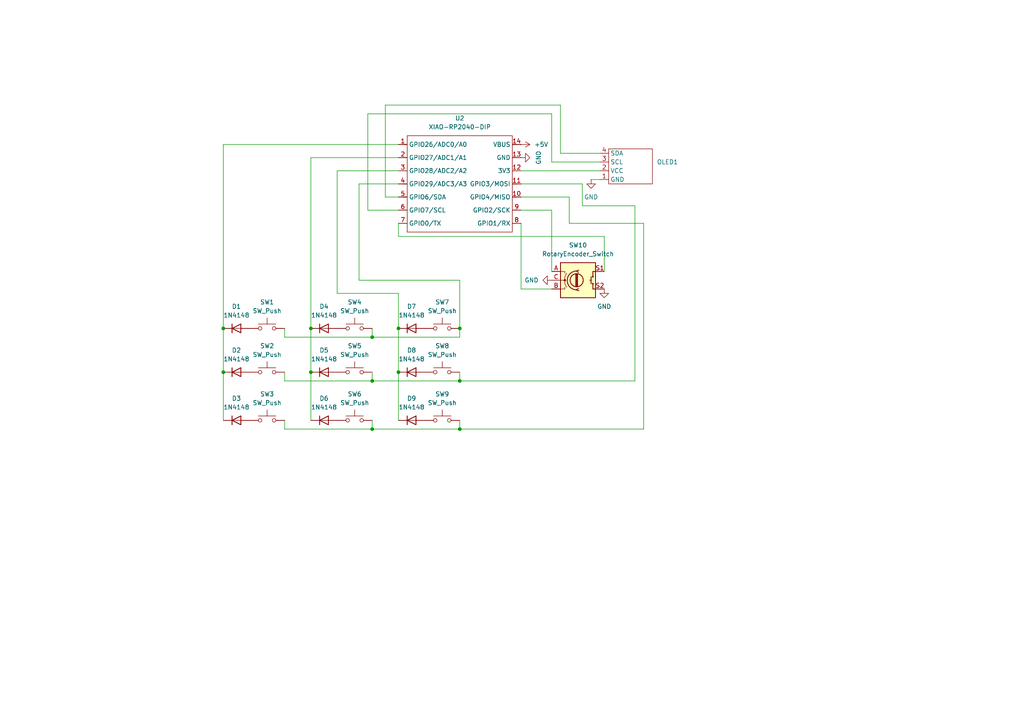
<source format=kicad_sch>
(kicad_sch
	(version 20250114)
	(generator "eeschema")
	(generator_version "9.0")
	(uuid "2bbea58f-1aa1-4f7a-aa4e-0c7d7b49e8b6")
	(paper "A4")
	(lib_symbols
		(symbol "CPL:XIAO-RP2040-DIP"
			(exclude_from_sim no)
			(in_bom yes)
			(on_board yes)
			(property "Reference" "U"
				(at 0 0 0)
				(effects
					(font
						(size 1.27 1.27)
					)
				)
			)
			(property "Value" "XIAO-RP2040-DIP"
				(at 5.334 -1.778 0)
				(effects
					(font
						(size 1.27 1.27)
					)
				)
			)
			(property "Footprint" "Module:MOUDLE14P-XIAO-DIP-SMD"
				(at 14.478 -32.258 0)
				(effects
					(font
						(size 1.27 1.27)
					)
					(hide yes)
				)
			)
			(property "Datasheet" ""
				(at 0 0 0)
				(effects
					(font
						(size 1.27 1.27)
					)
					(hide yes)
				)
			)
			(property "Description" ""
				(at 0 0 0)
				(effects
					(font
						(size 1.27 1.27)
					)
					(hide yes)
				)
			)
			(symbol "XIAO-RP2040-DIP_1_0"
				(polyline
					(pts
						(xy -1.27 -2.54) (xy 29.21 -2.54)
					)
					(stroke
						(width 0.1524)
						(type solid)
					)
					(fill
						(type none)
					)
				)
				(polyline
					(pts
						(xy -1.27 -5.08) (xy -2.54 -5.08)
					)
					(stroke
						(width 0.1524)
						(type solid)
					)
					(fill
						(type none)
					)
				)
				(polyline
					(pts
						(xy -1.27 -5.08) (xy -1.27 -2.54)
					)
					(stroke
						(width 0.1524)
						(type solid)
					)
					(fill
						(type none)
					)
				)
				(polyline
					(pts
						(xy -1.27 -8.89) (xy -2.54 -8.89)
					)
					(stroke
						(width 0.1524)
						(type solid)
					)
					(fill
						(type none)
					)
				)
				(polyline
					(pts
						(xy -1.27 -8.89) (xy -1.27 -5.08)
					)
					(stroke
						(width 0.1524)
						(type solid)
					)
					(fill
						(type none)
					)
				)
				(polyline
					(pts
						(xy -1.27 -12.7) (xy -2.54 -12.7)
					)
					(stroke
						(width 0.1524)
						(type solid)
					)
					(fill
						(type none)
					)
				)
				(polyline
					(pts
						(xy -1.27 -12.7) (xy -1.27 -8.89)
					)
					(stroke
						(width 0.1524)
						(type solid)
					)
					(fill
						(type none)
					)
				)
				(polyline
					(pts
						(xy -1.27 -16.51) (xy -2.54 -16.51)
					)
					(stroke
						(width 0.1524)
						(type solid)
					)
					(fill
						(type none)
					)
				)
				(polyline
					(pts
						(xy -1.27 -16.51) (xy -1.27 -12.7)
					)
					(stroke
						(width 0.1524)
						(type solid)
					)
					(fill
						(type none)
					)
				)
				(polyline
					(pts
						(xy -1.27 -20.32) (xy -2.54 -20.32)
					)
					(stroke
						(width 0.1524)
						(type solid)
					)
					(fill
						(type none)
					)
				)
				(polyline
					(pts
						(xy -1.27 -24.13) (xy -2.54 -24.13)
					)
					(stroke
						(width 0.1524)
						(type solid)
					)
					(fill
						(type none)
					)
				)
				(polyline
					(pts
						(xy -1.27 -27.94) (xy -2.54 -27.94)
					)
					(stroke
						(width 0.1524)
						(type solid)
					)
					(fill
						(type none)
					)
				)
				(polyline
					(pts
						(xy -1.27 -30.48) (xy -1.27 -16.51)
					)
					(stroke
						(width 0.1524)
						(type solid)
					)
					(fill
						(type none)
					)
				)
				(polyline
					(pts
						(xy 29.21 -2.54) (xy 29.21 -5.08)
					)
					(stroke
						(width 0.1524)
						(type solid)
					)
					(fill
						(type none)
					)
				)
				(polyline
					(pts
						(xy 29.21 -5.08) (xy 29.21 -8.89)
					)
					(stroke
						(width 0.1524)
						(type solid)
					)
					(fill
						(type none)
					)
				)
				(polyline
					(pts
						(xy 29.21 -8.89) (xy 29.21 -12.7)
					)
					(stroke
						(width 0.1524)
						(type solid)
					)
					(fill
						(type none)
					)
				)
				(polyline
					(pts
						(xy 29.21 -12.7) (xy 29.21 -30.48)
					)
					(stroke
						(width 0.1524)
						(type solid)
					)
					(fill
						(type none)
					)
				)
				(polyline
					(pts
						(xy 29.21 -30.48) (xy -1.27 -30.48)
					)
					(stroke
						(width 0.1524)
						(type solid)
					)
					(fill
						(type none)
					)
				)
				(polyline
					(pts
						(xy 30.48 -5.08) (xy 29.21 -5.08)
					)
					(stroke
						(width 0.1524)
						(type solid)
					)
					(fill
						(type none)
					)
				)
				(polyline
					(pts
						(xy 30.48 -8.89) (xy 29.21 -8.89)
					)
					(stroke
						(width 0.1524)
						(type solid)
					)
					(fill
						(type none)
					)
				)
				(polyline
					(pts
						(xy 30.48 -12.7) (xy 29.21 -12.7)
					)
					(stroke
						(width 0.1524)
						(type solid)
					)
					(fill
						(type none)
					)
				)
				(polyline
					(pts
						(xy 30.48 -16.51) (xy 29.21 -16.51)
					)
					(stroke
						(width 0.1524)
						(type solid)
					)
					(fill
						(type none)
					)
				)
				(polyline
					(pts
						(xy 30.48 -20.32) (xy 29.21 -20.32)
					)
					(stroke
						(width 0.1524)
						(type solid)
					)
					(fill
						(type none)
					)
				)
				(polyline
					(pts
						(xy 30.48 -24.13) (xy 29.21 -24.13)
					)
					(stroke
						(width 0.1524)
						(type solid)
					)
					(fill
						(type none)
					)
				)
				(polyline
					(pts
						(xy 30.48 -27.94) (xy 29.21 -27.94)
					)
					(stroke
						(width 0.1524)
						(type solid)
					)
					(fill
						(type none)
					)
				)
				(pin passive line
					(at -3.81 -5.08 0)
					(length 2.54)
					(name "GPIO26/ADC0/A0"
						(effects
							(font
								(size 1.27 1.27)
							)
						)
					)
					(number "1"
						(effects
							(font
								(size 1.27 1.27)
							)
						)
					)
				)
				(pin passive line
					(at -3.81 -8.89 0)
					(length 2.54)
					(name "GPIO27/ADC1/A1"
						(effects
							(font
								(size 1.27 1.27)
							)
						)
					)
					(number "2"
						(effects
							(font
								(size 1.27 1.27)
							)
						)
					)
				)
				(pin passive line
					(at -3.81 -12.7 0)
					(length 2.54)
					(name "GPIO28/ADC2/A2"
						(effects
							(font
								(size 1.27 1.27)
							)
						)
					)
					(number "3"
						(effects
							(font
								(size 1.27 1.27)
							)
						)
					)
				)
				(pin passive line
					(at -3.81 -16.51 0)
					(length 2.54)
					(name "GPIO29/ADC3/A3"
						(effects
							(font
								(size 1.27 1.27)
							)
						)
					)
					(number "4"
						(effects
							(font
								(size 1.27 1.27)
							)
						)
					)
				)
				(pin passive line
					(at -3.81 -20.32 0)
					(length 2.54)
					(name "GPIO6/SDA"
						(effects
							(font
								(size 1.27 1.27)
							)
						)
					)
					(number "5"
						(effects
							(font
								(size 1.27 1.27)
							)
						)
					)
				)
				(pin passive line
					(at -3.81 -24.13 0)
					(length 2.54)
					(name "GPIO7/SCL"
						(effects
							(font
								(size 1.27 1.27)
							)
						)
					)
					(number "6"
						(effects
							(font
								(size 1.27 1.27)
							)
						)
					)
				)
				(pin passive line
					(at -3.81 -27.94 0)
					(length 2.54)
					(name "GPIO0/TX"
						(effects
							(font
								(size 1.27 1.27)
							)
						)
					)
					(number "7"
						(effects
							(font
								(size 1.27 1.27)
							)
						)
					)
				)
				(pin passive line
					(at 31.75 -5.08 180)
					(length 2.54)
					(name "VBUS"
						(effects
							(font
								(size 1.27 1.27)
							)
						)
					)
					(number "14"
						(effects
							(font
								(size 1.27 1.27)
							)
						)
					)
				)
				(pin passive line
					(at 31.75 -8.89 180)
					(length 2.54)
					(name "GND"
						(effects
							(font
								(size 1.27 1.27)
							)
						)
					)
					(number "13"
						(effects
							(font
								(size 1.27 1.27)
							)
						)
					)
				)
				(pin passive line
					(at 31.75 -12.7 180)
					(length 2.54)
					(name "3V3"
						(effects
							(font
								(size 1.27 1.27)
							)
						)
					)
					(number "12"
						(effects
							(font
								(size 1.27 1.27)
							)
						)
					)
				)
				(pin passive line
					(at 31.75 -16.51 180)
					(length 2.54)
					(name "GPIO3/MOSI"
						(effects
							(font
								(size 1.27 1.27)
							)
						)
					)
					(number "11"
						(effects
							(font
								(size 1.27 1.27)
							)
						)
					)
				)
				(pin passive line
					(at 31.75 -20.32 180)
					(length 2.54)
					(name "GPIO4/MISO"
						(effects
							(font
								(size 1.27 1.27)
							)
						)
					)
					(number "10"
						(effects
							(font
								(size 1.27 1.27)
							)
						)
					)
				)
				(pin passive line
					(at 31.75 -24.13 180)
					(length 2.54)
					(name "GPIO2/SCK"
						(effects
							(font
								(size 1.27 1.27)
							)
						)
					)
					(number "9"
						(effects
							(font
								(size 1.27 1.27)
							)
						)
					)
				)
				(pin passive line
					(at 31.75 -27.94 180)
					(length 2.54)
					(name "GPIO1/RX"
						(effects
							(font
								(size 1.27 1.27)
							)
						)
					)
					(number "8"
						(effects
							(font
								(size 1.27 1.27)
							)
						)
					)
				)
			)
			(embedded_fonts no)
		)
		(symbol "CustomLib:_1"
			(exclude_from_sim no)
			(in_bom yes)
			(on_board yes)
			(property "Reference" "OLED"
				(at 3.81 0 0)
				(effects
					(font
						(size 1.27 1.27)
					)
				)
			)
			(property "Value" ""
				(at 0 0 0)
				(effects
					(font
						(size 1.27 1.27)
					)
				)
			)
			(property "Footprint" ""
				(at 0 0 0)
				(effects
					(font
						(size 1.27 1.27)
					)
					(hide yes)
				)
			)
			(property "Datasheet" ""
				(at 0 0 0)
				(effects
					(font
						(size 1.27 1.27)
					)
					(hide yes)
				)
			)
			(property "Description" ""
				(at 0 0 0)
				(effects
					(font
						(size 1.27 1.27)
					)
					(hide yes)
				)
			)
			(symbol "_1_0_1"
				(rectangle
					(start -3.81 5.08)
					(end 8.89 -5.08)
					(stroke
						(width 0)
						(type default)
					)
					(fill
						(type none)
					)
				)
			)
			(symbol "_1_1_1"
				(pin bidirectional line
					(at -6.35 3.81 0)
					(length 2.54)
					(name "SDA"
						(effects
							(font
								(size 1.27 1.27)
							)
						)
					)
					(number "4"
						(effects
							(font
								(size 1.27 1.27)
							)
						)
					)
				)
				(pin input line
					(at -6.35 1.27 0)
					(length 2.54)
					(name "SCL"
						(effects
							(font
								(size 1.27 1.27)
							)
						)
					)
					(number "3"
						(effects
							(font
								(size 1.27 1.27)
							)
						)
					)
				)
				(pin power_in line
					(at -6.35 -1.27 0)
					(length 2.54)
					(name "VCC"
						(effects
							(font
								(size 1.27 1.27)
							)
						)
					)
					(number "2"
						(effects
							(font
								(size 1.27 1.27)
							)
						)
					)
				)
				(pin power_in line
					(at -6.35 -3.81 0)
					(length 2.54)
					(name "GND"
						(effects
							(font
								(size 1.27 1.27)
							)
						)
					)
					(number "1"
						(effects
							(font
								(size 1.27 1.27)
							)
						)
					)
				)
			)
			(embedded_fonts no)
		)
		(symbol "Device:RotaryEncoder_Switch"
			(pin_names
				(offset 0.254)
				(hide yes)
			)
			(exclude_from_sim no)
			(in_bom yes)
			(on_board yes)
			(property "Reference" "SW"
				(at 0 6.604 0)
				(effects
					(font
						(size 1.27 1.27)
					)
				)
			)
			(property "Value" "RotaryEncoder_Switch"
				(at 0 -6.604 0)
				(effects
					(font
						(size 1.27 1.27)
					)
				)
			)
			(property "Footprint" ""
				(at -3.81 4.064 0)
				(effects
					(font
						(size 1.27 1.27)
					)
					(hide yes)
				)
			)
			(property "Datasheet" "~"
				(at 0 6.604 0)
				(effects
					(font
						(size 1.27 1.27)
					)
					(hide yes)
				)
			)
			(property "Description" "Rotary encoder, dual channel, incremental quadrate outputs, with switch"
				(at 0 0 0)
				(effects
					(font
						(size 1.27 1.27)
					)
					(hide yes)
				)
			)
			(property "ki_keywords" "rotary switch encoder switch push button"
				(at 0 0 0)
				(effects
					(font
						(size 1.27 1.27)
					)
					(hide yes)
				)
			)
			(property "ki_fp_filters" "RotaryEncoder*Switch*"
				(at 0 0 0)
				(effects
					(font
						(size 1.27 1.27)
					)
					(hide yes)
				)
			)
			(symbol "RotaryEncoder_Switch_0_1"
				(rectangle
					(start -5.08 5.08)
					(end 5.08 -5.08)
					(stroke
						(width 0.254)
						(type default)
					)
					(fill
						(type background)
					)
				)
				(polyline
					(pts
						(xy -5.08 2.54) (xy -3.81 2.54) (xy -3.81 2.032)
					)
					(stroke
						(width 0)
						(type default)
					)
					(fill
						(type none)
					)
				)
				(polyline
					(pts
						(xy -5.08 0) (xy -3.81 0) (xy -3.81 -1.016) (xy -3.302 -2.032)
					)
					(stroke
						(width 0)
						(type default)
					)
					(fill
						(type none)
					)
				)
				(polyline
					(pts
						(xy -5.08 -2.54) (xy -3.81 -2.54) (xy -3.81 -2.032)
					)
					(stroke
						(width 0)
						(type default)
					)
					(fill
						(type none)
					)
				)
				(polyline
					(pts
						(xy -4.318 0) (xy -3.81 0) (xy -3.81 1.016) (xy -3.302 2.032)
					)
					(stroke
						(width 0)
						(type default)
					)
					(fill
						(type none)
					)
				)
				(circle
					(center -3.81 0)
					(radius 0.254)
					(stroke
						(width 0)
						(type default)
					)
					(fill
						(type outline)
					)
				)
				(polyline
					(pts
						(xy -0.635 -1.778) (xy -0.635 1.778)
					)
					(stroke
						(width 0.254)
						(type default)
					)
					(fill
						(type none)
					)
				)
				(circle
					(center -0.381 0)
					(radius 1.905)
					(stroke
						(width 0.254)
						(type default)
					)
					(fill
						(type none)
					)
				)
				(polyline
					(pts
						(xy -0.381 -1.778) (xy -0.381 1.778)
					)
					(stroke
						(width 0.254)
						(type default)
					)
					(fill
						(type none)
					)
				)
				(arc
					(start -0.381 -2.794)
					(mid -3.0988 -0.0635)
					(end -0.381 2.667)
					(stroke
						(width 0.254)
						(type default)
					)
					(fill
						(type none)
					)
				)
				(polyline
					(pts
						(xy -0.127 1.778) (xy -0.127 -1.778)
					)
					(stroke
						(width 0.254)
						(type default)
					)
					(fill
						(type none)
					)
				)
				(polyline
					(pts
						(xy 0.254 2.921) (xy -0.508 2.667) (xy 0.127 2.286)
					)
					(stroke
						(width 0.254)
						(type default)
					)
					(fill
						(type none)
					)
				)
				(polyline
					(pts
						(xy 0.254 -3.048) (xy -0.508 -2.794) (xy 0.127 -2.413)
					)
					(stroke
						(width 0.254)
						(type default)
					)
					(fill
						(type none)
					)
				)
				(polyline
					(pts
						(xy 3.81 1.016) (xy 3.81 -1.016)
					)
					(stroke
						(width 0.254)
						(type default)
					)
					(fill
						(type none)
					)
				)
				(polyline
					(pts
						(xy 3.81 0) (xy 3.429 0)
					)
					(stroke
						(width 0.254)
						(type default)
					)
					(fill
						(type none)
					)
				)
				(circle
					(center 4.318 1.016)
					(radius 0.127)
					(stroke
						(width 0.254)
						(type default)
					)
					(fill
						(type none)
					)
				)
				(circle
					(center 4.318 -1.016)
					(radius 0.127)
					(stroke
						(width 0.254)
						(type default)
					)
					(fill
						(type none)
					)
				)
				(polyline
					(pts
						(xy 5.08 2.54) (xy 4.318 2.54) (xy 4.318 1.016)
					)
					(stroke
						(width 0.254)
						(type default)
					)
					(fill
						(type none)
					)
				)
				(polyline
					(pts
						(xy 5.08 -2.54) (xy 4.318 -2.54) (xy 4.318 -1.016)
					)
					(stroke
						(width 0.254)
						(type default)
					)
					(fill
						(type none)
					)
				)
			)
			(symbol "RotaryEncoder_Switch_1_1"
				(pin passive line
					(at -7.62 2.54 0)
					(length 2.54)
					(name "A"
						(effects
							(font
								(size 1.27 1.27)
							)
						)
					)
					(number "A"
						(effects
							(font
								(size 1.27 1.27)
							)
						)
					)
				)
				(pin passive line
					(at -7.62 0 0)
					(length 2.54)
					(name "C"
						(effects
							(font
								(size 1.27 1.27)
							)
						)
					)
					(number "C"
						(effects
							(font
								(size 1.27 1.27)
							)
						)
					)
				)
				(pin passive line
					(at -7.62 -2.54 0)
					(length 2.54)
					(name "B"
						(effects
							(font
								(size 1.27 1.27)
							)
						)
					)
					(number "B"
						(effects
							(font
								(size 1.27 1.27)
							)
						)
					)
				)
				(pin passive line
					(at 7.62 2.54 180)
					(length 2.54)
					(name "S1"
						(effects
							(font
								(size 1.27 1.27)
							)
						)
					)
					(number "S1"
						(effects
							(font
								(size 1.27 1.27)
							)
						)
					)
				)
				(pin passive line
					(at 7.62 -2.54 180)
					(length 2.54)
					(name "S2"
						(effects
							(font
								(size 1.27 1.27)
							)
						)
					)
					(number "S2"
						(effects
							(font
								(size 1.27 1.27)
							)
						)
					)
				)
			)
			(embedded_fonts no)
		)
		(symbol "Diode:1N4148"
			(pin_numbers
				(hide yes)
			)
			(pin_names
				(hide yes)
			)
			(exclude_from_sim no)
			(in_bom yes)
			(on_board yes)
			(property "Reference" "D"
				(at 0 2.54 0)
				(effects
					(font
						(size 1.27 1.27)
					)
				)
			)
			(property "Value" "1N4148"
				(at 0 -2.54 0)
				(effects
					(font
						(size 1.27 1.27)
					)
				)
			)
			(property "Footprint" "Diode_THT:D_DO-35_SOD27_P7.62mm_Horizontal"
				(at 0 0 0)
				(effects
					(font
						(size 1.27 1.27)
					)
					(hide yes)
				)
			)
			(property "Datasheet" "https://assets.nexperia.com/documents/data-sheet/1N4148_1N4448.pdf"
				(at 0 0 0)
				(effects
					(font
						(size 1.27 1.27)
					)
					(hide yes)
				)
			)
			(property "Description" "100V 0.15A standard switching diode, DO-35"
				(at 0 0 0)
				(effects
					(font
						(size 1.27 1.27)
					)
					(hide yes)
				)
			)
			(property "Sim.Device" "D"
				(at 0 0 0)
				(effects
					(font
						(size 1.27 1.27)
					)
					(hide yes)
				)
			)
			(property "Sim.Pins" "1=K 2=A"
				(at 0 0 0)
				(effects
					(font
						(size 1.27 1.27)
					)
					(hide yes)
				)
			)
			(property "ki_keywords" "diode"
				(at 0 0 0)
				(effects
					(font
						(size 1.27 1.27)
					)
					(hide yes)
				)
			)
			(property "ki_fp_filters" "D*DO?35*"
				(at 0 0 0)
				(effects
					(font
						(size 1.27 1.27)
					)
					(hide yes)
				)
			)
			(symbol "1N4148_0_1"
				(polyline
					(pts
						(xy -1.27 1.27) (xy -1.27 -1.27)
					)
					(stroke
						(width 0.254)
						(type default)
					)
					(fill
						(type none)
					)
				)
				(polyline
					(pts
						(xy 1.27 1.27) (xy 1.27 -1.27) (xy -1.27 0) (xy 1.27 1.27)
					)
					(stroke
						(width 0.254)
						(type default)
					)
					(fill
						(type none)
					)
				)
				(polyline
					(pts
						(xy 1.27 0) (xy -1.27 0)
					)
					(stroke
						(width 0)
						(type default)
					)
					(fill
						(type none)
					)
				)
			)
			(symbol "1N4148_1_1"
				(pin passive line
					(at -3.81 0 0)
					(length 2.54)
					(name "K"
						(effects
							(font
								(size 1.27 1.27)
							)
						)
					)
					(number "1"
						(effects
							(font
								(size 1.27 1.27)
							)
						)
					)
				)
				(pin passive line
					(at 3.81 0 180)
					(length 2.54)
					(name "A"
						(effects
							(font
								(size 1.27 1.27)
							)
						)
					)
					(number "2"
						(effects
							(font
								(size 1.27 1.27)
							)
						)
					)
				)
			)
			(embedded_fonts no)
		)
		(symbol "Switch:SW_Push"
			(pin_numbers
				(hide yes)
			)
			(pin_names
				(offset 1.016)
				(hide yes)
			)
			(exclude_from_sim no)
			(in_bom yes)
			(on_board yes)
			(property "Reference" "SW"
				(at 1.27 2.54 0)
				(effects
					(font
						(size 1.27 1.27)
					)
					(justify left)
				)
			)
			(property "Value" "SW_Push"
				(at 0 -1.524 0)
				(effects
					(font
						(size 1.27 1.27)
					)
				)
			)
			(property "Footprint" ""
				(at 0 5.08 0)
				(effects
					(font
						(size 1.27 1.27)
					)
					(hide yes)
				)
			)
			(property "Datasheet" "~"
				(at 0 5.08 0)
				(effects
					(font
						(size 1.27 1.27)
					)
					(hide yes)
				)
			)
			(property "Description" "Push button switch, generic, two pins"
				(at 0 0 0)
				(effects
					(font
						(size 1.27 1.27)
					)
					(hide yes)
				)
			)
			(property "ki_keywords" "switch normally-open pushbutton push-button"
				(at 0 0 0)
				(effects
					(font
						(size 1.27 1.27)
					)
					(hide yes)
				)
			)
			(symbol "SW_Push_0_1"
				(circle
					(center -2.032 0)
					(radius 0.508)
					(stroke
						(width 0)
						(type default)
					)
					(fill
						(type none)
					)
				)
				(polyline
					(pts
						(xy 0 1.27) (xy 0 3.048)
					)
					(stroke
						(width 0)
						(type default)
					)
					(fill
						(type none)
					)
				)
				(circle
					(center 2.032 0)
					(radius 0.508)
					(stroke
						(width 0)
						(type default)
					)
					(fill
						(type none)
					)
				)
				(polyline
					(pts
						(xy 2.54 1.27) (xy -2.54 1.27)
					)
					(stroke
						(width 0)
						(type default)
					)
					(fill
						(type none)
					)
				)
				(pin passive line
					(at -5.08 0 0)
					(length 2.54)
					(name "1"
						(effects
							(font
								(size 1.27 1.27)
							)
						)
					)
					(number "1"
						(effects
							(font
								(size 1.27 1.27)
							)
						)
					)
				)
				(pin passive line
					(at 5.08 0 180)
					(length 2.54)
					(name "2"
						(effects
							(font
								(size 1.27 1.27)
							)
						)
					)
					(number "2"
						(effects
							(font
								(size 1.27 1.27)
							)
						)
					)
				)
			)
			(embedded_fonts no)
		)
		(symbol "power:+5V"
			(power)
			(pin_numbers
				(hide yes)
			)
			(pin_names
				(offset 0)
				(hide yes)
			)
			(exclude_from_sim no)
			(in_bom yes)
			(on_board yes)
			(property "Reference" "#PWR"
				(at 0 -3.81 0)
				(effects
					(font
						(size 1.27 1.27)
					)
					(hide yes)
				)
			)
			(property "Value" "+5V"
				(at 0 3.556 0)
				(effects
					(font
						(size 1.27 1.27)
					)
				)
			)
			(property "Footprint" ""
				(at 0 0 0)
				(effects
					(font
						(size 1.27 1.27)
					)
					(hide yes)
				)
			)
			(property "Datasheet" ""
				(at 0 0 0)
				(effects
					(font
						(size 1.27 1.27)
					)
					(hide yes)
				)
			)
			(property "Description" "Power symbol creates a global label with name \"+5V\""
				(at 0 0 0)
				(effects
					(font
						(size 1.27 1.27)
					)
					(hide yes)
				)
			)
			(property "ki_keywords" "global power"
				(at 0 0 0)
				(effects
					(font
						(size 1.27 1.27)
					)
					(hide yes)
				)
			)
			(symbol "+5V_0_1"
				(polyline
					(pts
						(xy -0.762 1.27) (xy 0 2.54)
					)
					(stroke
						(width 0)
						(type default)
					)
					(fill
						(type none)
					)
				)
				(polyline
					(pts
						(xy 0 2.54) (xy 0.762 1.27)
					)
					(stroke
						(width 0)
						(type default)
					)
					(fill
						(type none)
					)
				)
				(polyline
					(pts
						(xy 0 0) (xy 0 2.54)
					)
					(stroke
						(width 0)
						(type default)
					)
					(fill
						(type none)
					)
				)
			)
			(symbol "+5V_1_1"
				(pin power_in line
					(at 0 0 90)
					(length 0)
					(name "~"
						(effects
							(font
								(size 1.27 1.27)
							)
						)
					)
					(number "1"
						(effects
							(font
								(size 1.27 1.27)
							)
						)
					)
				)
			)
			(embedded_fonts no)
		)
		(symbol "power:GND"
			(power)
			(pin_numbers
				(hide yes)
			)
			(pin_names
				(offset 0)
				(hide yes)
			)
			(exclude_from_sim no)
			(in_bom yes)
			(on_board yes)
			(property "Reference" "#PWR"
				(at 0 -6.35 0)
				(effects
					(font
						(size 1.27 1.27)
					)
					(hide yes)
				)
			)
			(property "Value" "GND"
				(at 0 -3.81 0)
				(effects
					(font
						(size 1.27 1.27)
					)
				)
			)
			(property "Footprint" ""
				(at 0 0 0)
				(effects
					(font
						(size 1.27 1.27)
					)
					(hide yes)
				)
			)
			(property "Datasheet" ""
				(at 0 0 0)
				(effects
					(font
						(size 1.27 1.27)
					)
					(hide yes)
				)
			)
			(property "Description" "Power symbol creates a global label with name \"GND\" , ground"
				(at 0 0 0)
				(effects
					(font
						(size 1.27 1.27)
					)
					(hide yes)
				)
			)
			(property "ki_keywords" "global power"
				(at 0 0 0)
				(effects
					(font
						(size 1.27 1.27)
					)
					(hide yes)
				)
			)
			(symbol "GND_0_1"
				(polyline
					(pts
						(xy 0 0) (xy 0 -1.27) (xy 1.27 -1.27) (xy 0 -2.54) (xy -1.27 -1.27) (xy 0 -1.27)
					)
					(stroke
						(width 0)
						(type default)
					)
					(fill
						(type none)
					)
				)
			)
			(symbol "GND_1_1"
				(pin power_in line
					(at 0 0 270)
					(length 0)
					(name "~"
						(effects
							(font
								(size 1.27 1.27)
							)
						)
					)
					(number "1"
						(effects
							(font
								(size 1.27 1.27)
							)
						)
					)
				)
			)
			(embedded_fonts no)
		)
	)
	(junction
		(at 64.77 107.95)
		(diameter 0)
		(color 0 0 0 0)
		(uuid "26e3ed81-7adc-4c47-95e6-5456555751e2")
	)
	(junction
		(at 133.35 124.46)
		(diameter 0)
		(color 0 0 0 0)
		(uuid "415a4294-0198-4bf1-b2b2-b98c2322f823")
	)
	(junction
		(at 64.77 95.25)
		(diameter 0)
		(color 0 0 0 0)
		(uuid "53ad3c7a-a22b-4d54-b77b-1d473adfb198")
	)
	(junction
		(at 107.95 124.46)
		(diameter 0)
		(color 0 0 0 0)
		(uuid "5f518ad1-c8de-42b9-9ef8-15a26f891aaa")
	)
	(junction
		(at 107.95 97.79)
		(diameter 0)
		(color 0 0 0 0)
		(uuid "62ba1d39-a37d-488c-984c-9fccfc570c04")
	)
	(junction
		(at 115.57 95.25)
		(diameter 0)
		(color 0 0 0 0)
		(uuid "765cdac5-8f16-4cfb-9d9f-860c665ac889")
	)
	(junction
		(at 107.95 110.49)
		(diameter 0)
		(color 0 0 0 0)
		(uuid "7feec848-bea4-4c2a-8727-21b37e231028")
	)
	(junction
		(at 90.17 107.95)
		(diameter 0)
		(color 0 0 0 0)
		(uuid "840fbcfb-0496-42be-97a8-3b0485832142")
	)
	(junction
		(at 115.57 107.95)
		(diameter 0)
		(color 0 0 0 0)
		(uuid "cff09b80-11ab-4435-8a0c-625c25697edb")
	)
	(junction
		(at 133.35 95.25)
		(diameter 0)
		(color 0 0 0 0)
		(uuid "e0b781b2-95f4-4dce-bbbd-bd137845d064")
	)
	(junction
		(at 133.35 110.49)
		(diameter 0)
		(color 0 0 0 0)
		(uuid "f54c01ad-873e-4bc4-903d-208b62dcf066")
	)
	(junction
		(at 90.17 95.25)
		(diameter 0)
		(color 0 0 0 0)
		(uuid "fe09f5d6-b358-45ae-9485-e8dd51afd29a")
	)
	(wire
		(pts
			(xy 184.15 110.49) (xy 184.15 59.69)
		)
		(stroke
			(width 0)
			(type default)
		)
		(uuid "009be969-0253-4046-8d41-e8a0d984aa80")
	)
	(wire
		(pts
			(xy 64.77 95.25) (xy 64.77 107.95)
		)
		(stroke
			(width 0)
			(type default)
		)
		(uuid "08750e36-278a-4eda-907e-b7fe023f0d48")
	)
	(wire
		(pts
			(xy 160.02 33.02) (xy 106.68 33.02)
		)
		(stroke
			(width 0)
			(type default)
		)
		(uuid "0e2e8c71-5e70-4063-8039-59097b4a9332")
	)
	(wire
		(pts
			(xy 160.02 78.74) (xy 160.02 60.96)
		)
		(stroke
			(width 0)
			(type default)
		)
		(uuid "0f13cfc1-4f25-4107-8070-5ed82fe15cbd")
	)
	(wire
		(pts
			(xy 104.14 53.34) (xy 104.14 81.28)
		)
		(stroke
			(width 0)
			(type default)
		)
		(uuid "16c1a680-f29d-4dc6-abe0-f7230fa81e18")
	)
	(wire
		(pts
			(xy 168.91 59.69) (xy 168.91 53.34)
		)
		(stroke
			(width 0)
			(type default)
		)
		(uuid "1b139fb6-e31d-48d3-aeb8-190b329a330b")
	)
	(wire
		(pts
			(xy 160.02 83.82) (xy 151.13 83.82)
		)
		(stroke
			(width 0)
			(type default)
		)
		(uuid "2436541c-26b7-4eb2-b417-eb4e8a0787d6")
	)
	(wire
		(pts
			(xy 133.35 107.95) (xy 133.35 110.49)
		)
		(stroke
			(width 0)
			(type default)
		)
		(uuid "27f5a71a-4234-4fc7-bed3-5e9054f896ce")
	)
	(wire
		(pts
			(xy 175.26 78.74) (xy 175.26 68.58)
		)
		(stroke
			(width 0)
			(type default)
		)
		(uuid "2b8c0379-77b2-4817-b4b7-f33284f6153b")
	)
	(wire
		(pts
			(xy 165.1 57.15) (xy 151.13 57.15)
		)
		(stroke
			(width 0)
			(type default)
		)
		(uuid "2c8b6537-bda3-448c-b192-4f8e6e48d55d")
	)
	(wire
		(pts
			(xy 175.26 68.58) (xy 115.57 68.58)
		)
		(stroke
			(width 0)
			(type default)
		)
		(uuid "3025d86c-d6de-4c50-bc51-f49d8c1f9b30")
	)
	(wire
		(pts
			(xy 90.17 45.72) (xy 90.17 95.25)
		)
		(stroke
			(width 0)
			(type default)
		)
		(uuid "31ca2eac-cef4-48b6-a828-3715f19772e5")
	)
	(wire
		(pts
			(xy 168.91 53.34) (xy 151.13 53.34)
		)
		(stroke
			(width 0)
			(type default)
		)
		(uuid "32f000d9-c23a-4481-bb4d-be26ee8929d6")
	)
	(wire
		(pts
			(xy 111.76 30.48) (xy 111.76 57.15)
		)
		(stroke
			(width 0)
			(type default)
		)
		(uuid "37971ae6-1492-4496-8af0-7552f5eaaaea")
	)
	(wire
		(pts
			(xy 173.99 46.99) (xy 160.02 46.99)
		)
		(stroke
			(width 0)
			(type default)
		)
		(uuid "39c3bd47-3959-4ba8-a585-63cdfaa8b769")
	)
	(wire
		(pts
			(xy 173.99 52.07) (xy 171.45 52.07)
		)
		(stroke
			(width 0)
			(type default)
		)
		(uuid "3c0988b1-cf91-46a2-a2a9-975a477051c0")
	)
	(wire
		(pts
			(xy 173.99 44.45) (xy 162.56 44.45)
		)
		(stroke
			(width 0)
			(type default)
		)
		(uuid "3cfdd176-df01-44ad-9cd6-b1e3acfabfe3")
	)
	(wire
		(pts
			(xy 133.35 124.46) (xy 186.69 124.46)
		)
		(stroke
			(width 0)
			(type default)
		)
		(uuid "40ae87ff-20bc-489f-bd99-e0a656c1eb3e")
	)
	(wire
		(pts
			(xy 165.1 64.77) (xy 165.1 57.15)
		)
		(stroke
			(width 0)
			(type default)
		)
		(uuid "43998047-86c0-4ddd-b5ce-119195e3a2ad")
	)
	(wire
		(pts
			(xy 115.57 41.91) (xy 64.77 41.91)
		)
		(stroke
			(width 0)
			(type default)
		)
		(uuid "4aee41f1-bd42-45da-b8be-5c5ef835d4d1")
	)
	(wire
		(pts
			(xy 64.77 107.95) (xy 64.77 121.92)
		)
		(stroke
			(width 0)
			(type default)
		)
		(uuid "502566d4-f734-4569-8ef0-b0c71c3ca781")
	)
	(wire
		(pts
			(xy 115.57 53.34) (xy 104.14 53.34)
		)
		(stroke
			(width 0)
			(type default)
		)
		(uuid "509265d1-bdfc-4e5e-b26e-8d79b7ad36bd")
	)
	(wire
		(pts
			(xy 107.95 124.46) (xy 82.55 124.46)
		)
		(stroke
			(width 0)
			(type default)
		)
		(uuid "518b4f12-51ee-4152-b933-4173d583a549")
	)
	(wire
		(pts
			(xy 90.17 107.95) (xy 90.17 121.92)
		)
		(stroke
			(width 0)
			(type default)
		)
		(uuid "53c4b638-38fa-4725-903e-250aa5136a1f")
	)
	(wire
		(pts
			(xy 186.69 64.77) (xy 165.1 64.77)
		)
		(stroke
			(width 0)
			(type default)
		)
		(uuid "5519e93d-e81c-4d57-bdc0-51302de58079")
	)
	(wire
		(pts
			(xy 160.02 46.99) (xy 160.02 33.02)
		)
		(stroke
			(width 0)
			(type default)
		)
		(uuid "559f3903-360f-4f9f-b3a0-b0e5da9773d3")
	)
	(wire
		(pts
			(xy 64.77 41.91) (xy 64.77 95.25)
		)
		(stroke
			(width 0)
			(type default)
		)
		(uuid "5a2e5b1f-00be-4866-9da0-be3de3d3b233")
	)
	(wire
		(pts
			(xy 115.57 68.58) (xy 115.57 64.77)
		)
		(stroke
			(width 0)
			(type default)
		)
		(uuid "5df715b0-9dda-4d95-a1e5-4c333bc95874")
	)
	(wire
		(pts
			(xy 160.02 60.96) (xy 151.13 60.96)
		)
		(stroke
			(width 0)
			(type default)
		)
		(uuid "5e379e89-667d-4eea-8c89-f112f492eb33")
	)
	(wire
		(pts
			(xy 90.17 95.25) (xy 90.17 107.95)
		)
		(stroke
			(width 0)
			(type default)
		)
		(uuid "63a8a55b-2d96-4000-b793-f789fc82492b")
	)
	(wire
		(pts
			(xy 133.35 81.28) (xy 133.35 95.25)
		)
		(stroke
			(width 0)
			(type default)
		)
		(uuid "6c14705a-25d8-44bc-ad8c-aab34b36ab25")
	)
	(wire
		(pts
			(xy 133.35 124.46) (xy 107.95 124.46)
		)
		(stroke
			(width 0)
			(type default)
		)
		(uuid "6cbcd6ce-9102-4cf7-baf7-354fa66592ad")
	)
	(wire
		(pts
			(xy 133.35 110.49) (xy 107.95 110.49)
		)
		(stroke
			(width 0)
			(type default)
		)
		(uuid "6faed89d-f9a9-429a-a31c-706c768c7685")
	)
	(wire
		(pts
			(xy 162.56 30.48) (xy 111.76 30.48)
		)
		(stroke
			(width 0)
			(type default)
		)
		(uuid "70f73beb-ee10-49ea-88f9-d9cb64024eca")
	)
	(wire
		(pts
			(xy 151.13 49.53) (xy 173.99 49.53)
		)
		(stroke
			(width 0)
			(type default)
		)
		(uuid "77fbacc7-cf3a-4fce-b736-91e057e26c35")
	)
	(wire
		(pts
			(xy 115.57 95.25) (xy 115.57 107.95)
		)
		(stroke
			(width 0)
			(type default)
		)
		(uuid "7ba85e59-a33a-4b5a-babf-01f1dcd15b21")
	)
	(wire
		(pts
			(xy 115.57 49.53) (xy 97.79 49.53)
		)
		(stroke
			(width 0)
			(type default)
		)
		(uuid "7cab1fd4-7892-4805-96c6-d71ca6287ff2")
	)
	(wire
		(pts
			(xy 115.57 45.72) (xy 90.17 45.72)
		)
		(stroke
			(width 0)
			(type default)
		)
		(uuid "836dc250-e6f6-470c-b487-1dd781adc73c")
	)
	(wire
		(pts
			(xy 133.35 97.79) (xy 107.95 97.79)
		)
		(stroke
			(width 0)
			(type default)
		)
		(uuid "871e7d81-d1c3-433f-a2ac-ccda55e5ab57")
	)
	(wire
		(pts
			(xy 133.35 110.49) (xy 184.15 110.49)
		)
		(stroke
			(width 0)
			(type default)
		)
		(uuid "8d4bcaf0-3f1e-4379-8d2f-9476566db856")
	)
	(wire
		(pts
			(xy 107.95 110.49) (xy 82.55 110.49)
		)
		(stroke
			(width 0)
			(type default)
		)
		(uuid "92d23302-eddc-49cb-9e47-e8041fe88416")
	)
	(wire
		(pts
			(xy 115.57 85.09) (xy 115.57 95.25)
		)
		(stroke
			(width 0)
			(type default)
		)
		(uuid "97bd0ee7-516c-490f-8cde-cb7b9937895a")
	)
	(wire
		(pts
			(xy 151.13 64.77) (xy 151.13 83.82)
		)
		(stroke
			(width 0)
			(type default)
		)
		(uuid "999bb641-d6dc-4212-b0a0-4d55ab66d37a")
	)
	(wire
		(pts
			(xy 82.55 110.49) (xy 82.55 107.95)
		)
		(stroke
			(width 0)
			(type default)
		)
		(uuid "9d424645-48dd-481e-81f9-62806181c345")
	)
	(wire
		(pts
			(xy 115.57 107.95) (xy 115.57 121.92)
		)
		(stroke
			(width 0)
			(type default)
		)
		(uuid "9e76a312-ca04-40d1-bcd7-8ddf59083a15")
	)
	(wire
		(pts
			(xy 97.79 85.09) (xy 115.57 85.09)
		)
		(stroke
			(width 0)
			(type default)
		)
		(uuid "9fa0e175-5df1-4252-9187-b9d8c1615d42")
	)
	(wire
		(pts
			(xy 107.95 97.79) (xy 107.95 95.25)
		)
		(stroke
			(width 0)
			(type default)
		)
		(uuid "a13d7486-23eb-4610-921b-20c1262a2fbe")
	)
	(wire
		(pts
			(xy 107.95 121.92) (xy 107.95 124.46)
		)
		(stroke
			(width 0)
			(type default)
		)
		(uuid "a66df1bc-eaa0-4d05-b534-5cf6050797c6")
	)
	(wire
		(pts
			(xy 107.95 107.95) (xy 107.95 110.49)
		)
		(stroke
			(width 0)
			(type default)
		)
		(uuid "b63efbe8-6547-4dd1-8390-1ae04527d591")
	)
	(wire
		(pts
			(xy 184.15 59.69) (xy 168.91 59.69)
		)
		(stroke
			(width 0)
			(type default)
		)
		(uuid "b722d69e-f7fe-4f4b-8553-82a0e754789d")
	)
	(wire
		(pts
			(xy 82.55 95.25) (xy 82.55 97.79)
		)
		(stroke
			(width 0)
			(type default)
		)
		(uuid "bf97d58e-e8ca-44ff-a3f1-602e33227751")
	)
	(wire
		(pts
			(xy 82.55 97.79) (xy 107.95 97.79)
		)
		(stroke
			(width 0)
			(type default)
		)
		(uuid "c6ba1866-7866-4b81-968f-ebea84d738d6")
	)
	(wire
		(pts
			(xy 82.55 124.46) (xy 82.55 121.92)
		)
		(stroke
			(width 0)
			(type default)
		)
		(uuid "c8b24b0f-945e-4c68-83ba-67b31fde27fd")
	)
	(wire
		(pts
			(xy 111.76 57.15) (xy 115.57 57.15)
		)
		(stroke
			(width 0)
			(type default)
		)
		(uuid "cb4a9b78-9694-4ee4-83ad-ad45bc143099")
	)
	(wire
		(pts
			(xy 162.56 44.45) (xy 162.56 30.48)
		)
		(stroke
			(width 0)
			(type default)
		)
		(uuid "cb66ce30-2973-4f18-9083-68967079ef81")
	)
	(wire
		(pts
			(xy 133.35 95.25) (xy 133.35 97.79)
		)
		(stroke
			(width 0)
			(type default)
		)
		(uuid "cc4ee312-73f0-4bc2-abce-4a915f23ffeb")
	)
	(wire
		(pts
			(xy 106.68 60.96) (xy 115.57 60.96)
		)
		(stroke
			(width 0)
			(type default)
		)
		(uuid "d5c4620d-974a-4643-b389-c2ce97b690d6")
	)
	(wire
		(pts
			(xy 97.79 49.53) (xy 97.79 85.09)
		)
		(stroke
			(width 0)
			(type default)
		)
		(uuid "d64529da-bada-44b2-98ab-581567489236")
	)
	(wire
		(pts
			(xy 104.14 81.28) (xy 133.35 81.28)
		)
		(stroke
			(width 0)
			(type default)
		)
		(uuid "dfae660f-47d2-47da-a60a-61471362bdaa")
	)
	(wire
		(pts
			(xy 133.35 121.92) (xy 133.35 124.46)
		)
		(stroke
			(width 0)
			(type default)
		)
		(uuid "e6363479-0e77-477e-9d23-d1ddf2279fb0")
	)
	(wire
		(pts
			(xy 186.69 124.46) (xy 186.69 64.77)
		)
		(stroke
			(width 0)
			(type default)
		)
		(uuid "fe5f40ee-a092-4e4e-8894-92c0e3e5cb7e")
	)
	(wire
		(pts
			(xy 106.68 33.02) (xy 106.68 60.96)
		)
		(stroke
			(width 0)
			(type default)
		)
		(uuid "fec92169-e294-461b-a20c-4ad659c6bfde")
	)
	(symbol
		(lib_id "Diode:1N4148")
		(at 93.98 95.25 0)
		(unit 1)
		(exclude_from_sim no)
		(in_bom yes)
		(on_board yes)
		(dnp no)
		(fields_autoplaced yes)
		(uuid "144d027c-0f57-4c98-be98-db623395bb4d")
		(property "Reference" "D4"
			(at 93.98 88.9 0)
			(effects
				(font
					(size 1.27 1.27)
				)
			)
		)
		(property "Value" "1N4148"
			(at 93.98 91.44 0)
			(effects
				(font
					(size 1.27 1.27)
				)
			)
		)
		(property "Footprint" "Diode_THT:D_DO-35_SOD27_P7.62mm_Horizontal"
			(at 93.98 95.25 0)
			(effects
				(font
					(size 1.27 1.27)
				)
				(hide yes)
			)
		)
		(property "Datasheet" "https://assets.nexperia.com/documents/data-sheet/1N4148_1N4448.pdf"
			(at 93.98 95.25 0)
			(effects
				(font
					(size 1.27 1.27)
				)
				(hide yes)
			)
		)
		(property "Description" "100V 0.15A standard switching diode, DO-35"
			(at 93.98 95.25 0)
			(effects
				(font
					(size 1.27 1.27)
				)
				(hide yes)
			)
		)
		(property "Sim.Device" "D"
			(at 93.98 95.25 0)
			(effects
				(font
					(size 1.27 1.27)
				)
				(hide yes)
			)
		)
		(property "Sim.Pins" "1=K 2=A"
			(at 93.98 95.25 0)
			(effects
				(font
					(size 1.27 1.27)
				)
				(hide yes)
			)
		)
		(pin "1"
			(uuid "71f3a15a-ed70-4ed1-a667-49f4865d5233")
		)
		(pin "2"
			(uuid "23d52e94-87a3-40c1-8c49-4a89ea71d083")
		)
		(instances
			(project "Macropad"
				(path "/2bbea58f-1aa1-4f7a-aa4e-0c7d7b49e8b6"
					(reference "D4")
					(unit 1)
				)
			)
		)
	)
	(symbol
		(lib_id "Switch:SW_Push")
		(at 128.27 121.92 0)
		(unit 1)
		(exclude_from_sim no)
		(in_bom yes)
		(on_board yes)
		(dnp no)
		(fields_autoplaced yes)
		(uuid "40882967-b44d-4947-8738-cba786e5c51d")
		(property "Reference" "SW9"
			(at 128.27 114.3 0)
			(effects
				(font
					(size 1.27 1.27)
				)
			)
		)
		(property "Value" "SW_Push"
			(at 128.27 116.84 0)
			(effects
				(font
					(size 1.27 1.27)
				)
			)
		)
		(property "Footprint" "Button_Switch_Keyboard:SW_Cherry_MX_1.00u_PCB"
			(at 128.27 116.84 0)
			(effects
				(font
					(size 1.27 1.27)
				)
				(hide yes)
			)
		)
		(property "Datasheet" "~"
			(at 128.27 116.84 0)
			(effects
				(font
					(size 1.27 1.27)
				)
				(hide yes)
			)
		)
		(property "Description" "Push button switch, generic, two pins"
			(at 128.27 121.92 0)
			(effects
				(font
					(size 1.27 1.27)
				)
				(hide yes)
			)
		)
		(pin "1"
			(uuid "724357ba-75a0-4ed3-a8dd-aa32d71e1398")
		)
		(pin "2"
			(uuid "112cc2dd-e0c1-4d45-b2f1-2dc2485f4a52")
		)
		(instances
			(project "Macropad"
				(path "/2bbea58f-1aa1-4f7a-aa4e-0c7d7b49e8b6"
					(reference "SW9")
					(unit 1)
				)
			)
		)
	)
	(symbol
		(lib_id "Diode:1N4148")
		(at 119.38 121.92 0)
		(unit 1)
		(exclude_from_sim no)
		(in_bom yes)
		(on_board yes)
		(dnp no)
		(fields_autoplaced yes)
		(uuid "40ab09b4-574e-437b-9031-6f689d426d37")
		(property "Reference" "D9"
			(at 119.38 115.57 0)
			(effects
				(font
					(size 1.27 1.27)
				)
			)
		)
		(property "Value" "1N4148"
			(at 119.38 118.11 0)
			(effects
				(font
					(size 1.27 1.27)
				)
			)
		)
		(property "Footprint" "Diode_THT:D_DO-35_SOD27_P7.62mm_Horizontal"
			(at 119.38 121.92 0)
			(effects
				(font
					(size 1.27 1.27)
				)
				(hide yes)
			)
		)
		(property "Datasheet" "https://assets.nexperia.com/documents/data-sheet/1N4148_1N4448.pdf"
			(at 119.38 121.92 0)
			(effects
				(font
					(size 1.27 1.27)
				)
				(hide yes)
			)
		)
		(property "Description" "100V 0.15A standard switching diode, DO-35"
			(at 119.38 121.92 0)
			(effects
				(font
					(size 1.27 1.27)
				)
				(hide yes)
			)
		)
		(property "Sim.Device" "D"
			(at 119.38 121.92 0)
			(effects
				(font
					(size 1.27 1.27)
				)
				(hide yes)
			)
		)
		(property "Sim.Pins" "1=K 2=A"
			(at 119.38 121.92 0)
			(effects
				(font
					(size 1.27 1.27)
				)
				(hide yes)
			)
		)
		(pin "1"
			(uuid "095397f8-28e4-4e7b-81ea-7c6337df12e8")
		)
		(pin "2"
			(uuid "f8aa22ce-357d-4101-bcdf-7c0903e2851c")
		)
		(instances
			(project "Macropad"
				(path "/2bbea58f-1aa1-4f7a-aa4e-0c7d7b49e8b6"
					(reference "D9")
					(unit 1)
				)
			)
		)
	)
	(symbol
		(lib_id "CPL:XIAO-RP2040-DIP")
		(at 119.38 36.83 0)
		(unit 1)
		(exclude_from_sim no)
		(in_bom yes)
		(on_board yes)
		(dnp no)
		(fields_autoplaced yes)
		(uuid "60ec7fcf-ae5e-47dc-b8f4-2017448ba6d8")
		(property "Reference" "U2"
			(at 133.35 34.29 0)
			(effects
				(font
					(size 1.27 1.27)
				)
			)
		)
		(property "Value" "XIAO-RP2040-DIP"
			(at 133.35 36.83 0)
			(effects
				(font
					(size 1.27 1.27)
				)
			)
		)
		(property "Footprint" "hack:XIAO-RP2040-DIP"
			(at 133.858 69.088 0)
			(effects
				(font
					(size 1.27 1.27)
				)
				(hide yes)
			)
		)
		(property "Datasheet" ""
			(at 119.38 36.83 0)
			(effects
				(font
					(size 1.27 1.27)
				)
				(hide yes)
			)
		)
		(property "Description" ""
			(at 119.38 36.83 0)
			(effects
				(font
					(size 1.27 1.27)
				)
				(hide yes)
			)
		)
		(pin "5"
			(uuid "57ddd504-293e-4df0-8ea6-eaed62a4b07d")
		)
		(pin "8"
			(uuid "ac0ff77e-99ee-4bba-ab2c-68152809ff22")
		)
		(pin "4"
			(uuid "a03b9d8b-0761-4096-b70f-12832b67760f")
		)
		(pin "10"
			(uuid "a7460d4a-7c4d-41e6-8e29-e439603add21")
		)
		(pin "1"
			(uuid "d1bb9cc1-4070-4f7c-a07b-b88c51f644a4")
		)
		(pin "12"
			(uuid "29a9c1fa-6c51-471b-9fbd-9446006ee9bf")
		)
		(pin "2"
			(uuid "6830c51d-e341-4644-8e22-8ae3e30e0990")
		)
		(pin "11"
			(uuid "e24cb919-27ee-4231-b7f1-58446075b278")
		)
		(pin "14"
			(uuid "763ee5e3-c87d-4167-b6bf-0b53051d0e34")
		)
		(pin "6"
			(uuid "ac87804c-5b77-478f-ad29-03b9656936db")
		)
		(pin "13"
			(uuid "0af14f9d-18de-4f47-922d-560972262a28")
		)
		(pin "7"
			(uuid "1151604d-9488-48a5-a5a6-c9163997baf9")
		)
		(pin "9"
			(uuid "7ed8b840-d919-4648-90f4-5a8e4fe25c87")
		)
		(pin "3"
			(uuid "7fb220bc-1662-47ad-8c8f-e50f1b458557")
		)
		(instances
			(project ""
				(path "/2bbea58f-1aa1-4f7a-aa4e-0c7d7b49e8b6"
					(reference "U2")
					(unit 1)
				)
			)
		)
	)
	(symbol
		(lib_id "Diode:1N4148")
		(at 93.98 121.92 0)
		(unit 1)
		(exclude_from_sim no)
		(in_bom yes)
		(on_board yes)
		(dnp no)
		(fields_autoplaced yes)
		(uuid "656e3714-bf80-42da-9a08-d06318c12851")
		(property "Reference" "D6"
			(at 93.98 115.57 0)
			(effects
				(font
					(size 1.27 1.27)
				)
			)
		)
		(property "Value" "1N4148"
			(at 93.98 118.11 0)
			(effects
				(font
					(size 1.27 1.27)
				)
			)
		)
		(property "Footprint" "Diode_THT:D_DO-35_SOD27_P7.62mm_Horizontal"
			(at 93.98 121.92 0)
			(effects
				(font
					(size 1.27 1.27)
				)
				(hide yes)
			)
		)
		(property "Datasheet" "https://assets.nexperia.com/documents/data-sheet/1N4148_1N4448.pdf"
			(at 93.98 121.92 0)
			(effects
				(font
					(size 1.27 1.27)
				)
				(hide yes)
			)
		)
		(property "Description" "100V 0.15A standard switching diode, DO-35"
			(at 93.98 121.92 0)
			(effects
				(font
					(size 1.27 1.27)
				)
				(hide yes)
			)
		)
		(property "Sim.Device" "D"
			(at 93.98 121.92 0)
			(effects
				(font
					(size 1.27 1.27)
				)
				(hide yes)
			)
		)
		(property "Sim.Pins" "1=K 2=A"
			(at 93.98 121.92 0)
			(effects
				(font
					(size 1.27 1.27)
				)
				(hide yes)
			)
		)
		(pin "1"
			(uuid "d2f2de4c-4fd5-46f2-bbc4-05fbb69494c6")
		)
		(pin "2"
			(uuid "29197f27-156c-4bb7-9c7d-d7f81c52d03d")
		)
		(instances
			(project "Macropad"
				(path "/2bbea58f-1aa1-4f7a-aa4e-0c7d7b49e8b6"
					(reference "D6")
					(unit 1)
				)
			)
		)
	)
	(symbol
		(lib_id "power:+5V")
		(at 151.13 41.91 270)
		(unit 1)
		(exclude_from_sim no)
		(in_bom yes)
		(on_board yes)
		(dnp no)
		(fields_autoplaced yes)
		(uuid "6ee59632-855d-43b8-ae9f-72d5ee9cf45c")
		(property "Reference" "#PWR04"
			(at 147.32 41.91 0)
			(effects
				(font
					(size 1.27 1.27)
				)
				(hide yes)
			)
		)
		(property "Value" "+5V"
			(at 154.94 41.9099 90)
			(effects
				(font
					(size 1.27 1.27)
				)
				(justify left)
			)
		)
		(property "Footprint" ""
			(at 151.13 41.91 0)
			(effects
				(font
					(size 1.27 1.27)
				)
				(hide yes)
			)
		)
		(property "Datasheet" ""
			(at 151.13 41.91 0)
			(effects
				(font
					(size 1.27 1.27)
				)
				(hide yes)
			)
		)
		(property "Description" "Power symbol creates a global label with name \"+5V\""
			(at 151.13 41.91 0)
			(effects
				(font
					(size 1.27 1.27)
				)
				(hide yes)
			)
		)
		(pin "1"
			(uuid "f07a756d-a86d-48b6-ab11-bba946a5dfc3")
		)
		(instances
			(project "Macropad"
				(path "/2bbea58f-1aa1-4f7a-aa4e-0c7d7b49e8b6"
					(reference "#PWR04")
					(unit 1)
				)
			)
		)
	)
	(symbol
		(lib_id "power:GND")
		(at 151.13 45.72 90)
		(unit 1)
		(exclude_from_sim no)
		(in_bom yes)
		(on_board yes)
		(dnp no)
		(uuid "72a998f3-e938-487b-8cdb-978a11c46cc2")
		(property "Reference" "#PWR03"
			(at 157.48 45.72 0)
			(effects
				(font
					(size 1.27 1.27)
				)
				(hide yes)
			)
		)
		(property "Value" "GND"
			(at 156.21 45.72 0)
			(effects
				(font
					(size 1.27 1.27)
				)
			)
		)
		(property "Footprint" ""
			(at 151.13 45.72 0)
			(effects
				(font
					(size 1.27 1.27)
				)
				(hide yes)
			)
		)
		(property "Datasheet" ""
			(at 151.13 45.72 0)
			(effects
				(font
					(size 1.27 1.27)
				)
				(hide yes)
			)
		)
		(property "Description" "Power symbol creates a global label with name \"GND\" , ground"
			(at 151.13 45.72 0)
			(effects
				(font
					(size 1.27 1.27)
				)
				(hide yes)
			)
		)
		(pin "1"
			(uuid "ca1fc0d3-a34b-43fd-9b63-a6d29abca2fc")
		)
		(instances
			(project "Macropad"
				(path "/2bbea58f-1aa1-4f7a-aa4e-0c7d7b49e8b6"
					(reference "#PWR03")
					(unit 1)
				)
			)
		)
	)
	(symbol
		(lib_id "Diode:1N4148")
		(at 93.98 107.95 0)
		(unit 1)
		(exclude_from_sim no)
		(in_bom yes)
		(on_board yes)
		(dnp no)
		(fields_autoplaced yes)
		(uuid "752d79c5-62d3-4c7b-b453-b24089545d2b")
		(property "Reference" "D5"
			(at 93.98 101.6 0)
			(effects
				(font
					(size 1.27 1.27)
				)
			)
		)
		(property "Value" "1N4148"
			(at 93.98 104.14 0)
			(effects
				(font
					(size 1.27 1.27)
				)
			)
		)
		(property "Footprint" "Diode_THT:D_DO-35_SOD27_P7.62mm_Horizontal"
			(at 93.98 107.95 0)
			(effects
				(font
					(size 1.27 1.27)
				)
				(hide yes)
			)
		)
		(property "Datasheet" "https://assets.nexperia.com/documents/data-sheet/1N4148_1N4448.pdf"
			(at 93.98 107.95 0)
			(effects
				(font
					(size 1.27 1.27)
				)
				(hide yes)
			)
		)
		(property "Description" "100V 0.15A standard switching diode, DO-35"
			(at 93.98 107.95 0)
			(effects
				(font
					(size 1.27 1.27)
				)
				(hide yes)
			)
		)
		(property "Sim.Device" "D"
			(at 93.98 107.95 0)
			(effects
				(font
					(size 1.27 1.27)
				)
				(hide yes)
			)
		)
		(property "Sim.Pins" "1=K 2=A"
			(at 93.98 107.95 0)
			(effects
				(font
					(size 1.27 1.27)
				)
				(hide yes)
			)
		)
		(pin "1"
			(uuid "ce7638cd-4c02-4842-9aa7-61f58f7f0849")
		)
		(pin "2"
			(uuid "9b63b418-c32c-4059-b617-9d7640c509e5")
		)
		(instances
			(project "Macropad"
				(path "/2bbea58f-1aa1-4f7a-aa4e-0c7d7b49e8b6"
					(reference "D5")
					(unit 1)
				)
			)
		)
	)
	(symbol
		(lib_id "Switch:SW_Push")
		(at 128.27 107.95 0)
		(unit 1)
		(exclude_from_sim no)
		(in_bom yes)
		(on_board yes)
		(dnp no)
		(fields_autoplaced yes)
		(uuid "79f0c086-6706-4839-aedd-8fae4ff0cea0")
		(property "Reference" "SW8"
			(at 128.27 100.33 0)
			(effects
				(font
					(size 1.27 1.27)
				)
			)
		)
		(property "Value" "SW_Push"
			(at 128.27 102.87 0)
			(effects
				(font
					(size 1.27 1.27)
				)
			)
		)
		(property "Footprint" "Button_Switch_Keyboard:SW_Cherry_MX_1.00u_PCB"
			(at 128.27 102.87 0)
			(effects
				(font
					(size 1.27 1.27)
				)
				(hide yes)
			)
		)
		(property "Datasheet" "~"
			(at 128.27 102.87 0)
			(effects
				(font
					(size 1.27 1.27)
				)
				(hide yes)
			)
		)
		(property "Description" "Push button switch, generic, two pins"
			(at 128.27 107.95 0)
			(effects
				(font
					(size 1.27 1.27)
				)
				(hide yes)
			)
		)
		(pin "1"
			(uuid "7dad343c-e63d-4362-8cd4-d23685898abe")
		)
		(pin "2"
			(uuid "a7795432-67aa-49b9-ab46-b33378b2f4b9")
		)
		(instances
			(project "Macropad"
				(path "/2bbea58f-1aa1-4f7a-aa4e-0c7d7b49e8b6"
					(reference "SW8")
					(unit 1)
				)
			)
		)
	)
	(symbol
		(lib_id "Diode:1N4148")
		(at 119.38 95.25 0)
		(unit 1)
		(exclude_from_sim no)
		(in_bom yes)
		(on_board yes)
		(dnp no)
		(fields_autoplaced yes)
		(uuid "7b009ea7-b2fa-44c9-aebe-d0bf72c9086a")
		(property "Reference" "D7"
			(at 119.38 88.9 0)
			(effects
				(font
					(size 1.27 1.27)
				)
			)
		)
		(property "Value" "1N4148"
			(at 119.38 91.44 0)
			(effects
				(font
					(size 1.27 1.27)
				)
			)
		)
		(property "Footprint" "Diode_THT:D_DO-35_SOD27_P7.62mm_Horizontal"
			(at 119.38 95.25 0)
			(effects
				(font
					(size 1.27 1.27)
				)
				(hide yes)
			)
		)
		(property "Datasheet" "https://assets.nexperia.com/documents/data-sheet/1N4148_1N4448.pdf"
			(at 119.38 95.25 0)
			(effects
				(font
					(size 1.27 1.27)
				)
				(hide yes)
			)
		)
		(property "Description" "100V 0.15A standard switching diode, DO-35"
			(at 119.38 95.25 0)
			(effects
				(font
					(size 1.27 1.27)
				)
				(hide yes)
			)
		)
		(property "Sim.Device" "D"
			(at 119.38 95.25 0)
			(effects
				(font
					(size 1.27 1.27)
				)
				(hide yes)
			)
		)
		(property "Sim.Pins" "1=K 2=A"
			(at 119.38 95.25 0)
			(effects
				(font
					(size 1.27 1.27)
				)
				(hide yes)
			)
		)
		(pin "1"
			(uuid "0e779507-3084-4f7e-9667-73b1873b25f7")
		)
		(pin "2"
			(uuid "4fd32b2c-e940-4906-91d0-7d229d40f76f")
		)
		(instances
			(project "Macropad"
				(path "/2bbea58f-1aa1-4f7a-aa4e-0c7d7b49e8b6"
					(reference "D7")
					(unit 1)
				)
			)
		)
	)
	(symbol
		(lib_id "CustomLib:_1")
		(at 180.34 48.26 0)
		(unit 1)
		(exclude_from_sim no)
		(in_bom yes)
		(on_board yes)
		(dnp no)
		(fields_autoplaced yes)
		(uuid "8f0f791c-2594-4165-a27f-1ca5f113903d")
		(property "Reference" "OLED1"
			(at 190.5 46.9899 0)
			(effects
				(font
					(size 1.27 1.27)
				)
				(justify left)
			)
		)
		(property "Value" "~"
			(at 190.5 49.5299 0)
			(effects
				(font
					(size 1.27 1.27)
				)
				(justify left)
				(hide yes)
			)
		)
		(property "Footprint" "hack:OLED_0.91_128x32"
			(at 180.34 48.26 0)
			(effects
				(font
					(size 1.27 1.27)
				)
				(hide yes)
			)
		)
		(property "Datasheet" ""
			(at 180.34 48.26 0)
			(effects
				(font
					(size 1.27 1.27)
				)
				(hide yes)
			)
		)
		(property "Description" ""
			(at 180.34 48.26 0)
			(effects
				(font
					(size 1.27 1.27)
				)
				(hide yes)
			)
		)
		(pin "3"
			(uuid "6864e6e9-79f2-4999-b8a3-44f67ca69159")
		)
		(pin "2"
			(uuid "a33cb2a4-0d08-4993-88d6-a0040d5a2440")
		)
		(pin "4"
			(uuid "1aef0acd-b64c-435f-a11f-3c6de906735b")
		)
		(pin "1"
			(uuid "2f019185-9c57-4f77-8cf6-222ba1dd3ef7")
		)
		(instances
			(project "Macropad"
				(path "/2bbea58f-1aa1-4f7a-aa4e-0c7d7b49e8b6"
					(reference "OLED1")
					(unit 1)
				)
			)
		)
	)
	(symbol
		(lib_id "Diode:1N4148")
		(at 68.58 95.25 0)
		(unit 1)
		(exclude_from_sim no)
		(in_bom yes)
		(on_board yes)
		(dnp no)
		(fields_autoplaced yes)
		(uuid "a12c2d79-4c64-4db8-8d2a-3abf85be8113")
		(property "Reference" "D1"
			(at 68.58 88.9 0)
			(effects
				(font
					(size 1.27 1.27)
				)
			)
		)
		(property "Value" "1N4148"
			(at 68.58 91.44 0)
			(effects
				(font
					(size 1.27 1.27)
				)
			)
		)
		(property "Footprint" "Diode_THT:D_DO-35_SOD27_P7.62mm_Horizontal"
			(at 68.58 95.25 0)
			(effects
				(font
					(size 1.27 1.27)
				)
				(hide yes)
			)
		)
		(property "Datasheet" "https://assets.nexperia.com/documents/data-sheet/1N4148_1N4448.pdf"
			(at 68.58 95.25 0)
			(effects
				(font
					(size 1.27 1.27)
				)
				(hide yes)
			)
		)
		(property "Description" "100V 0.15A standard switching diode, DO-35"
			(at 68.58 95.25 0)
			(effects
				(font
					(size 1.27 1.27)
				)
				(hide yes)
			)
		)
		(property "Sim.Device" "D"
			(at 68.58 95.25 0)
			(effects
				(font
					(size 1.27 1.27)
				)
				(hide yes)
			)
		)
		(property "Sim.Pins" "1=K 2=A"
			(at 68.58 95.25 0)
			(effects
				(font
					(size 1.27 1.27)
				)
				(hide yes)
			)
		)
		(pin "1"
			(uuid "dca4e8d3-3106-4ed3-89e9-fd356aca85f9")
		)
		(pin "2"
			(uuid "84d9f8c7-ac81-45bd-a461-60ebe46367ce")
		)
		(instances
			(project "Macropad"
				(path "/2bbea58f-1aa1-4f7a-aa4e-0c7d7b49e8b6"
					(reference "D1")
					(unit 1)
				)
			)
		)
	)
	(symbol
		(lib_id "Switch:SW_Push")
		(at 102.87 107.95 0)
		(unit 1)
		(exclude_from_sim no)
		(in_bom yes)
		(on_board yes)
		(dnp no)
		(fields_autoplaced yes)
		(uuid "a23ff916-34be-41b9-939e-7ed4375cdbf8")
		(property "Reference" "SW5"
			(at 102.87 100.33 0)
			(effects
				(font
					(size 1.27 1.27)
				)
			)
		)
		(property "Value" "SW_Push"
			(at 102.87 102.87 0)
			(effects
				(font
					(size 1.27 1.27)
				)
			)
		)
		(property "Footprint" "Button_Switch_Keyboard:SW_Cherry_MX_1.00u_PCB"
			(at 102.87 102.87 0)
			(effects
				(font
					(size 1.27 1.27)
				)
				(hide yes)
			)
		)
		(property "Datasheet" "~"
			(at 102.87 102.87 0)
			(effects
				(font
					(size 1.27 1.27)
				)
				(hide yes)
			)
		)
		(property "Description" "Push button switch, generic, two pins"
			(at 102.87 107.95 0)
			(effects
				(font
					(size 1.27 1.27)
				)
				(hide yes)
			)
		)
		(pin "2"
			(uuid "4a130814-fa31-4374-b901-2c45c008673a")
		)
		(pin "1"
			(uuid "cb06f637-ea4d-4499-90a5-70e57522573e")
		)
		(instances
			(project "Macropad"
				(path "/2bbea58f-1aa1-4f7a-aa4e-0c7d7b49e8b6"
					(reference "SW5")
					(unit 1)
				)
			)
		)
	)
	(symbol
		(lib_id "power:GND")
		(at 171.45 52.07 0)
		(unit 1)
		(exclude_from_sim no)
		(in_bom yes)
		(on_board yes)
		(dnp no)
		(fields_autoplaced yes)
		(uuid "b02f0d09-fd23-44fe-bfd4-5ab96a393517")
		(property "Reference" "#PWR05"
			(at 171.45 58.42 0)
			(effects
				(font
					(size 1.27 1.27)
				)
				(hide yes)
			)
		)
		(property "Value" "GND"
			(at 171.45 57.15 0)
			(effects
				(font
					(size 1.27 1.27)
				)
			)
		)
		(property "Footprint" ""
			(at 171.45 52.07 0)
			(effects
				(font
					(size 1.27 1.27)
				)
				(hide yes)
			)
		)
		(property "Datasheet" ""
			(at 171.45 52.07 0)
			(effects
				(font
					(size 1.27 1.27)
				)
				(hide yes)
			)
		)
		(property "Description" "Power symbol creates a global label with name \"GND\" , ground"
			(at 171.45 52.07 0)
			(effects
				(font
					(size 1.27 1.27)
				)
				(hide yes)
			)
		)
		(pin "1"
			(uuid "99eeb5f4-7d3d-49ed-a41d-88f70667cdc6")
		)
		(instances
			(project "Macropad"
				(path "/2bbea58f-1aa1-4f7a-aa4e-0c7d7b49e8b6"
					(reference "#PWR05")
					(unit 1)
				)
			)
		)
	)
	(symbol
		(lib_id "Switch:SW_Push")
		(at 77.47 107.95 0)
		(unit 1)
		(exclude_from_sim no)
		(in_bom yes)
		(on_board yes)
		(dnp no)
		(fields_autoplaced yes)
		(uuid "b227442d-5a4f-42dc-864a-d44e95cc967b")
		(property "Reference" "SW2"
			(at 77.47 100.33 0)
			(effects
				(font
					(size 1.27 1.27)
				)
			)
		)
		(property "Value" "SW_Push"
			(at 77.47 102.87 0)
			(effects
				(font
					(size 1.27 1.27)
				)
			)
		)
		(property "Footprint" "Button_Switch_Keyboard:SW_Cherry_MX_1.00u_PCB"
			(at 77.47 102.87 0)
			(effects
				(font
					(size 1.27 1.27)
				)
				(hide yes)
			)
		)
		(property "Datasheet" "~"
			(at 77.47 102.87 0)
			(effects
				(font
					(size 1.27 1.27)
				)
				(hide yes)
			)
		)
		(property "Description" "Push button switch, generic, two pins"
			(at 77.47 107.95 0)
			(effects
				(font
					(size 1.27 1.27)
				)
				(hide yes)
			)
		)
		(pin "2"
			(uuid "b1838a30-68ce-46d6-9e75-13b207fcac03")
		)
		(pin "1"
			(uuid "46240f9e-0d9a-446b-9c0b-f3a0e632dca3")
		)
		(instances
			(project "Macropad"
				(path "/2bbea58f-1aa1-4f7a-aa4e-0c7d7b49e8b6"
					(reference "SW2")
					(unit 1)
				)
			)
		)
	)
	(symbol
		(lib_id "power:GND")
		(at 160.02 81.28 270)
		(unit 1)
		(exclude_from_sim no)
		(in_bom yes)
		(on_board yes)
		(dnp no)
		(fields_autoplaced yes)
		(uuid "bb817d3c-ac54-4a68-b2fb-37bc5483188c")
		(property "Reference" "#PWR01"
			(at 153.67 81.28 0)
			(effects
				(font
					(size 1.27 1.27)
				)
				(hide yes)
			)
		)
		(property "Value" "GND"
			(at 156.21 81.2799 90)
			(effects
				(font
					(size 1.27 1.27)
				)
				(justify right)
			)
		)
		(property "Footprint" ""
			(at 160.02 81.28 0)
			(effects
				(font
					(size 1.27 1.27)
				)
				(hide yes)
			)
		)
		(property "Datasheet" ""
			(at 160.02 81.28 0)
			(effects
				(font
					(size 1.27 1.27)
				)
				(hide yes)
			)
		)
		(property "Description" "Power symbol creates a global label with name \"GND\" , ground"
			(at 160.02 81.28 0)
			(effects
				(font
					(size 1.27 1.27)
				)
				(hide yes)
			)
		)
		(pin "1"
			(uuid "ca469203-8a58-42c9-880e-c605917f8e23")
		)
		(instances
			(project "Macropad"
				(path "/2bbea58f-1aa1-4f7a-aa4e-0c7d7b49e8b6"
					(reference "#PWR01")
					(unit 1)
				)
			)
		)
	)
	(symbol
		(lib_id "Switch:SW_Push")
		(at 102.87 95.25 0)
		(unit 1)
		(exclude_from_sim no)
		(in_bom yes)
		(on_board yes)
		(dnp no)
		(fields_autoplaced yes)
		(uuid "c4db1173-84ba-4e05-8287-3467a8f7d0c7")
		(property "Reference" "SW4"
			(at 102.87 87.63 0)
			(effects
				(font
					(size 1.27 1.27)
				)
			)
		)
		(property "Value" "SW_Push"
			(at 102.87 90.17 0)
			(effects
				(font
					(size 1.27 1.27)
				)
			)
		)
		(property "Footprint" "Button_Switch_Keyboard:SW_Cherry_MX_1.00u_PCB"
			(at 102.87 90.17 0)
			(effects
				(font
					(size 1.27 1.27)
				)
				(hide yes)
			)
		)
		(property "Datasheet" "~"
			(at 102.87 90.17 0)
			(effects
				(font
					(size 1.27 1.27)
				)
				(hide yes)
			)
		)
		(property "Description" "Push button switch, generic, two pins"
			(at 102.87 95.25 0)
			(effects
				(font
					(size 1.27 1.27)
				)
				(hide yes)
			)
		)
		(pin "1"
			(uuid "9f161d92-a3a0-48c7-87eb-997fea795729")
		)
		(pin "2"
			(uuid "609f09b9-4bf4-4003-928c-e4854f94d31f")
		)
		(instances
			(project "Macropad"
				(path "/2bbea58f-1aa1-4f7a-aa4e-0c7d7b49e8b6"
					(reference "SW4")
					(unit 1)
				)
			)
		)
	)
	(symbol
		(lib_id "Switch:SW_Push")
		(at 77.47 95.25 0)
		(unit 1)
		(exclude_from_sim no)
		(in_bom yes)
		(on_board yes)
		(dnp no)
		(fields_autoplaced yes)
		(uuid "c5d21a6c-bac1-4ca0-a3a3-36ae2cb8e231")
		(property "Reference" "SW1"
			(at 77.47 87.63 0)
			(effects
				(font
					(size 1.27 1.27)
				)
			)
		)
		(property "Value" "SW_Push"
			(at 77.47 90.17 0)
			(effects
				(font
					(size 1.27 1.27)
				)
			)
		)
		(property "Footprint" "Button_Switch_Keyboard:SW_Cherry_MX_1.00u_PCB"
			(at 77.47 90.17 0)
			(effects
				(font
					(size 1.27 1.27)
				)
				(hide yes)
			)
		)
		(property "Datasheet" "~"
			(at 77.47 90.17 0)
			(effects
				(font
					(size 1.27 1.27)
				)
				(hide yes)
			)
		)
		(property "Description" "Push button switch, generic, two pins"
			(at 77.47 95.25 0)
			(effects
				(font
					(size 1.27 1.27)
				)
				(hide yes)
			)
		)
		(pin "1"
			(uuid "0a8017b4-515a-41c7-832a-b27a1babf61f")
		)
		(pin "2"
			(uuid "859c5743-62bf-4216-9944-cc00dbe054a0")
		)
		(instances
			(project "Macropad"
				(path "/2bbea58f-1aa1-4f7a-aa4e-0c7d7b49e8b6"
					(reference "SW1")
					(unit 1)
				)
			)
		)
	)
	(symbol
		(lib_id "Diode:1N4148")
		(at 119.38 107.95 0)
		(unit 1)
		(exclude_from_sim no)
		(in_bom yes)
		(on_board yes)
		(dnp no)
		(fields_autoplaced yes)
		(uuid "cd3e91bf-5cd7-4e59-b52e-233e1bcab776")
		(property "Reference" "D8"
			(at 119.38 101.6 0)
			(effects
				(font
					(size 1.27 1.27)
				)
			)
		)
		(property "Value" "1N4148"
			(at 119.38 104.14 0)
			(effects
				(font
					(size 1.27 1.27)
				)
			)
		)
		(property "Footprint" "Diode_THT:D_DO-35_SOD27_P7.62mm_Horizontal"
			(at 119.38 107.95 0)
			(effects
				(font
					(size 1.27 1.27)
				)
				(hide yes)
			)
		)
		(property "Datasheet" "https://assets.nexperia.com/documents/data-sheet/1N4148_1N4448.pdf"
			(at 119.38 107.95 0)
			(effects
				(font
					(size 1.27 1.27)
				)
				(hide yes)
			)
		)
		(property "Description" "100V 0.15A standard switching diode, DO-35"
			(at 119.38 107.95 0)
			(effects
				(font
					(size 1.27 1.27)
				)
				(hide yes)
			)
		)
		(property "Sim.Device" "D"
			(at 119.38 107.95 0)
			(effects
				(font
					(size 1.27 1.27)
				)
				(hide yes)
			)
		)
		(property "Sim.Pins" "1=K 2=A"
			(at 119.38 107.95 0)
			(effects
				(font
					(size 1.27 1.27)
				)
				(hide yes)
			)
		)
		(pin "1"
			(uuid "923b3361-3f24-478d-8d33-4f03efdc576f")
		)
		(pin "2"
			(uuid "22033b7c-00ad-474c-8a34-37310ef7c5e8")
		)
		(instances
			(project "Macropad"
				(path "/2bbea58f-1aa1-4f7a-aa4e-0c7d7b49e8b6"
					(reference "D8")
					(unit 1)
				)
			)
		)
	)
	(symbol
		(lib_id "Diode:1N4148")
		(at 68.58 107.95 0)
		(unit 1)
		(exclude_from_sim no)
		(in_bom yes)
		(on_board yes)
		(dnp no)
		(fields_autoplaced yes)
		(uuid "cd684560-f58e-4c85-9fd5-88d2c11ebf02")
		(property "Reference" "D2"
			(at 68.58 101.6 0)
			(effects
				(font
					(size 1.27 1.27)
				)
			)
		)
		(property "Value" "1N4148"
			(at 68.58 104.14 0)
			(effects
				(font
					(size 1.27 1.27)
				)
			)
		)
		(property "Footprint" "Diode_THT:D_DO-35_SOD27_P7.62mm_Horizontal"
			(at 68.58 107.95 0)
			(effects
				(font
					(size 1.27 1.27)
				)
				(hide yes)
			)
		)
		(property "Datasheet" "https://assets.nexperia.com/documents/data-sheet/1N4148_1N4448.pdf"
			(at 68.58 107.95 0)
			(effects
				(font
					(size 1.27 1.27)
				)
				(hide yes)
			)
		)
		(property "Description" "100V 0.15A standard switching diode, DO-35"
			(at 68.58 107.95 0)
			(effects
				(font
					(size 1.27 1.27)
				)
				(hide yes)
			)
		)
		(property "Sim.Device" "D"
			(at 68.58 107.95 0)
			(effects
				(font
					(size 1.27 1.27)
				)
				(hide yes)
			)
		)
		(property "Sim.Pins" "1=K 2=A"
			(at 68.58 107.95 0)
			(effects
				(font
					(size 1.27 1.27)
				)
				(hide yes)
			)
		)
		(pin "1"
			(uuid "13bae550-be6c-4e36-82ba-bdf5bae10417")
		)
		(pin "2"
			(uuid "f3ef53d9-4af4-4915-870b-0482bd31b680")
		)
		(instances
			(project "Macropad"
				(path "/2bbea58f-1aa1-4f7a-aa4e-0c7d7b49e8b6"
					(reference "D2")
					(unit 1)
				)
			)
		)
	)
	(symbol
		(lib_id "Diode:1N4148")
		(at 68.58 121.92 0)
		(unit 1)
		(exclude_from_sim no)
		(in_bom yes)
		(on_board yes)
		(dnp no)
		(fields_autoplaced yes)
		(uuid "d058c83d-355e-4b53-aaa6-00d12014e038")
		(property "Reference" "D3"
			(at 68.58 115.57 0)
			(effects
				(font
					(size 1.27 1.27)
				)
			)
		)
		(property "Value" "1N4148"
			(at 68.58 118.11 0)
			(effects
				(font
					(size 1.27 1.27)
				)
			)
		)
		(property "Footprint" "Diode_THT:D_DO-35_SOD27_P7.62mm_Horizontal"
			(at 68.58 121.92 0)
			(effects
				(font
					(size 1.27 1.27)
				)
				(hide yes)
			)
		)
		(property "Datasheet" "https://assets.nexperia.com/documents/data-sheet/1N4148_1N4448.pdf"
			(at 68.58 121.92 0)
			(effects
				(font
					(size 1.27 1.27)
				)
				(hide yes)
			)
		)
		(property "Description" "100V 0.15A standard switching diode, DO-35"
			(at 68.58 121.92 0)
			(effects
				(font
					(size 1.27 1.27)
				)
				(hide yes)
			)
		)
		(property "Sim.Device" "D"
			(at 68.58 121.92 0)
			(effects
				(font
					(size 1.27 1.27)
				)
				(hide yes)
			)
		)
		(property "Sim.Pins" "1=K 2=A"
			(at 68.58 121.92 0)
			(effects
				(font
					(size 1.27 1.27)
				)
				(hide yes)
			)
		)
		(pin "1"
			(uuid "8378d71a-11cd-416b-af19-fd2008c19a7d")
		)
		(pin "2"
			(uuid "135a26bd-bf80-4629-9ece-1e80ead5db18")
		)
		(instances
			(project "Macropad"
				(path "/2bbea58f-1aa1-4f7a-aa4e-0c7d7b49e8b6"
					(reference "D3")
					(unit 1)
				)
			)
		)
	)
	(symbol
		(lib_id "Device:RotaryEncoder_Switch")
		(at 167.64 81.28 0)
		(unit 1)
		(exclude_from_sim no)
		(in_bom yes)
		(on_board yes)
		(dnp no)
		(fields_autoplaced yes)
		(uuid "df412ec5-7b27-4c0d-95fe-8abdcc8fb51a")
		(property "Reference" "SW10"
			(at 167.64 71.12 0)
			(effects
				(font
					(size 1.27 1.27)
				)
			)
		)
		(property "Value" "RotaryEncoder_Switch"
			(at 167.64 73.66 0)
			(effects
				(font
					(size 1.27 1.27)
				)
			)
		)
		(property "Footprint" "Rotary_Encoder:RotaryEncoder_Alps_EC11E-Switch_Vertical_H20mm"
			(at 163.83 77.216 0)
			(effects
				(font
					(size 1.27 1.27)
				)
				(hide yes)
			)
		)
		(property "Datasheet" "~"
			(at 167.64 74.676 0)
			(effects
				(font
					(size 1.27 1.27)
				)
				(hide yes)
			)
		)
		(property "Description" "Rotary encoder, dual channel, incremental quadrate outputs, with switch"
			(at 167.64 81.28 0)
			(effects
				(font
					(size 1.27 1.27)
				)
				(hide yes)
			)
		)
		(pin "B"
			(uuid "5d7c6585-4637-4e4b-bd25-f32dbb4c86bb")
		)
		(pin "C"
			(uuid "7ce361ad-dc67-418a-ad40-33d624d60e76")
		)
		(pin "A"
			(uuid "7befb024-9250-4811-85fa-877dc9215f40")
		)
		(pin "S1"
			(uuid "3293401f-fcaa-47cf-b543-ff384c450bb9")
		)
		(pin "S2"
			(uuid "4c895920-0395-4358-aa1d-6d4c9d5d0579")
		)
		(instances
			(project "Macropad"
				(path "/2bbea58f-1aa1-4f7a-aa4e-0c7d7b49e8b6"
					(reference "SW10")
					(unit 1)
				)
			)
		)
	)
	(symbol
		(lib_id "Switch:SW_Push")
		(at 128.27 95.25 0)
		(unit 1)
		(exclude_from_sim no)
		(in_bom yes)
		(on_board yes)
		(dnp no)
		(fields_autoplaced yes)
		(uuid "e35e490e-0a31-46b4-a69b-0407127fd671")
		(property "Reference" "SW7"
			(at 128.27 87.63 0)
			(effects
				(font
					(size 1.27 1.27)
				)
			)
		)
		(property "Value" "SW_Push"
			(at 128.27 90.17 0)
			(effects
				(font
					(size 1.27 1.27)
				)
			)
		)
		(property "Footprint" "Button_Switch_Keyboard:SW_Cherry_MX_1.00u_PCB"
			(at 128.27 90.17 0)
			(effects
				(font
					(size 1.27 1.27)
				)
				(hide yes)
			)
		)
		(property "Datasheet" "~"
			(at 128.27 90.17 0)
			(effects
				(font
					(size 1.27 1.27)
				)
				(hide yes)
			)
		)
		(property "Description" "Push button switch, generic, two pins"
			(at 128.27 95.25 0)
			(effects
				(font
					(size 1.27 1.27)
				)
				(hide yes)
			)
		)
		(pin "2"
			(uuid "b908a566-1c2d-4bc1-9c73-13b57b5634ac")
		)
		(pin "1"
			(uuid "36d0c709-9862-44e6-9241-a8f6d2b69840")
		)
		(instances
			(project "Macropad"
				(path "/2bbea58f-1aa1-4f7a-aa4e-0c7d7b49e8b6"
					(reference "SW7")
					(unit 1)
				)
			)
		)
	)
	(symbol
		(lib_id "Switch:SW_Push")
		(at 102.87 121.92 0)
		(unit 1)
		(exclude_from_sim no)
		(in_bom yes)
		(on_board yes)
		(dnp no)
		(fields_autoplaced yes)
		(uuid "ef44d4e1-d687-42b6-b3d7-f5ea09cd8543")
		(property "Reference" "SW6"
			(at 102.87 114.3 0)
			(effects
				(font
					(size 1.27 1.27)
				)
			)
		)
		(property "Value" "SW_Push"
			(at 102.87 116.84 0)
			(effects
				(font
					(size 1.27 1.27)
				)
			)
		)
		(property "Footprint" "Button_Switch_Keyboard:SW_Cherry_MX_1.00u_PCB"
			(at 102.87 116.84 0)
			(effects
				(font
					(size 1.27 1.27)
				)
				(hide yes)
			)
		)
		(property "Datasheet" "~"
			(at 102.87 116.84 0)
			(effects
				(font
					(size 1.27 1.27)
				)
				(hide yes)
			)
		)
		(property "Description" "Push button switch, generic, two pins"
			(at 102.87 121.92 0)
			(effects
				(font
					(size 1.27 1.27)
				)
				(hide yes)
			)
		)
		(pin "2"
			(uuid "39ed6a02-1665-4ddd-9e67-77293f3f66a9")
		)
		(pin "1"
			(uuid "0ec218ff-dc9b-486e-bc6b-e7898886e081")
		)
		(instances
			(project "Macropad"
				(path "/2bbea58f-1aa1-4f7a-aa4e-0c7d7b49e8b6"
					(reference "SW6")
					(unit 1)
				)
			)
		)
	)
	(symbol
		(lib_id "power:GND")
		(at 175.26 83.82 0)
		(unit 1)
		(exclude_from_sim no)
		(in_bom yes)
		(on_board yes)
		(dnp no)
		(fields_autoplaced yes)
		(uuid "f35108e6-70a0-4361-a0b9-20c443cc406b")
		(property "Reference" "#PWR02"
			(at 175.26 90.17 0)
			(effects
				(font
					(size 1.27 1.27)
				)
				(hide yes)
			)
		)
		(property "Value" "GND"
			(at 175.26 88.9 0)
			(effects
				(font
					(size 1.27 1.27)
				)
			)
		)
		(property "Footprint" ""
			(at 175.26 83.82 0)
			(effects
				(font
					(size 1.27 1.27)
				)
				(hide yes)
			)
		)
		(property "Datasheet" ""
			(at 175.26 83.82 0)
			(effects
				(font
					(size 1.27 1.27)
				)
				(hide yes)
			)
		)
		(property "Description" "Power symbol creates a global label with name \"GND\" , ground"
			(at 175.26 83.82 0)
			(effects
				(font
					(size 1.27 1.27)
				)
				(hide yes)
			)
		)
		(pin "1"
			(uuid "bff7c0e7-672b-4b3d-8207-5fe5d3d76148")
		)
		(instances
			(project "Macropad"
				(path "/2bbea58f-1aa1-4f7a-aa4e-0c7d7b49e8b6"
					(reference "#PWR02")
					(unit 1)
				)
			)
		)
	)
	(symbol
		(lib_id "Switch:SW_Push")
		(at 77.47 121.92 0)
		(unit 1)
		(exclude_from_sim no)
		(in_bom yes)
		(on_board yes)
		(dnp no)
		(fields_autoplaced yes)
		(uuid "f4de6212-d212-4051-a9d5-0e722db0fb70")
		(property "Reference" "SW3"
			(at 77.47 114.3 0)
			(effects
				(font
					(size 1.27 1.27)
				)
			)
		)
		(property "Value" "SW_Push"
			(at 77.47 116.84 0)
			(effects
				(font
					(size 1.27 1.27)
				)
			)
		)
		(property "Footprint" "Button_Switch_Keyboard:SW_Cherry_MX_1.00u_PCB"
			(at 77.47 116.84 0)
			(effects
				(font
					(size 1.27 1.27)
				)
				(hide yes)
			)
		)
		(property "Datasheet" "~"
			(at 77.47 116.84 0)
			(effects
				(font
					(size 1.27 1.27)
				)
				(hide yes)
			)
		)
		(property "Description" "Push button switch, generic, two pins"
			(at 77.47 121.92 0)
			(effects
				(font
					(size 1.27 1.27)
				)
				(hide yes)
			)
		)
		(pin "2"
			(uuid "af442a64-00ca-496a-8a2d-c2baffc932ae")
		)
		(pin "1"
			(uuid "c263e5dd-6ff8-4d32-98bf-0a436ee3eefa")
		)
		(instances
			(project "Macropad"
				(path "/2bbea58f-1aa1-4f7a-aa4e-0c7d7b49e8b6"
					(reference "SW3")
					(unit 1)
				)
			)
		)
	)
	(sheet_instances
		(path "/"
			(page "1")
		)
	)
	(embedded_fonts no)
)

</source>
